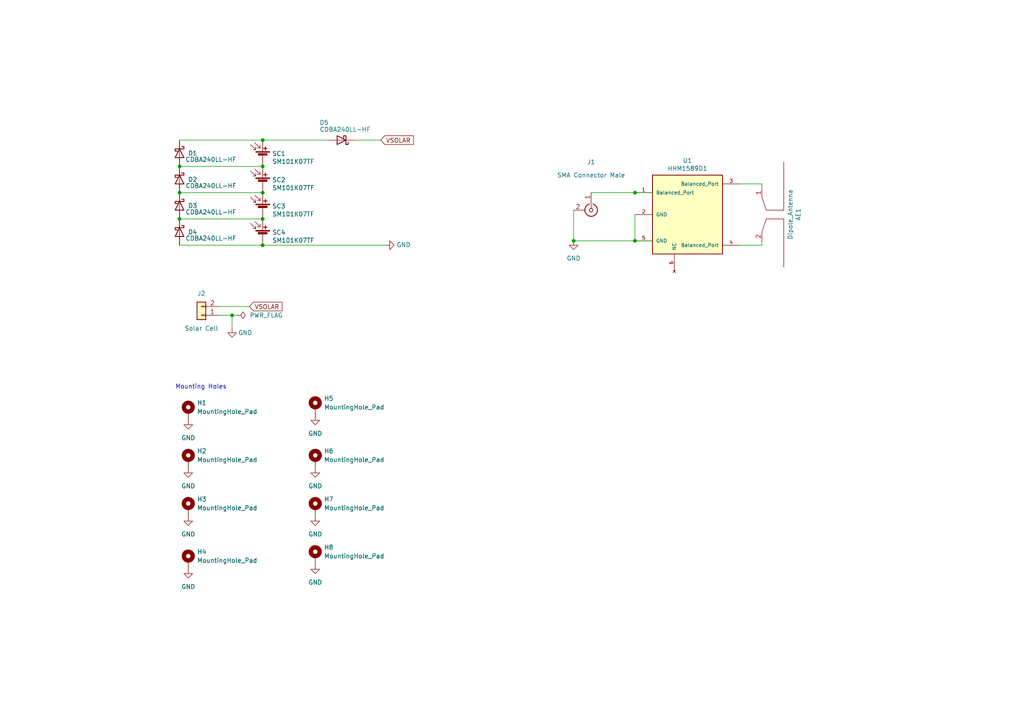
<source format=kicad_sch>
(kicad_sch (version 20211123) (generator eeschema)
  (paper "A4")
  (title_block (title "antenna-solar-pcb") (date "2023-01-01") (rev "1"))
  (lib_symbols
    (symbol "Connector:Conn_Coaxial" (pin_names (offset 1.016) hide)
      (property "Reference" "J" (at 0.254 3.048 0))
      (property "Value" "Conn_Coaxial" (at 2.921 0 90))
      (symbol "Conn_Coaxial_0_1"
        (arc (start -1.778 -0.508) (mid 0.2311 -1.8066) (end 1.778 0) (stroke (width 0.254)))
        (polyline (pts (xy -2.54 0) (xy -0.508 0)))
        (polyline (pts (xy 0 -2.54) (xy 0 -1.778)))
        (circle (center 0 0) (radius 0.508) (stroke (width 0.2032)))
        (arc (start 1.778 0) (mid 0.2099 1.8101) (end -1.778 0.508) (stroke (width 0.254)))
      )
      (symbol "Conn_Coaxial_1_1"
        (pin passive line (at -5.08 0 0) (length 2.54) (name "In") (number "1"))
        (pin passive line (at 0 -5.08 90) (length 2.54) (name "Ext") (number "2"))
      )
    )
    (symbol "Connector_Generic:Conn_01x02" (pin_names (offset 1.016) hide)
      (property "Reference" "J" (at 0 2.54 0))
      (property "Value" "Conn_01x02" (at 0 -5.08 0))
      (symbol "Conn_01x02_1_1"
        (rectangle (start -1.27 -2.413) (end 0 -2.667) (stroke (width 0.1524)))
        (rectangle (start -1.27 0.127) (end 0 -0.127) (stroke (width 0.1524)))
        (rectangle (start -1.27 1.27) (end 1.27 -3.81) (stroke (width 0.254)) (fill (type background)))
        (pin passive line (at -5.08 0 0) (length 3.81) (name "Pin_1") (number "1"))
        (pin passive line (at -5.08 -2.54 0) (length 3.81) (name "Pin_2") (number "2"))
      )
    )
    (symbol "Device:D_Schottky" (pin_numbers hide) (pin_names (offset 1.016) hide)
      (property "Reference" "D" (at 0 2.54 0))
      (property "Value" "D_Schottky" (at 0 -2.54 0))
      (symbol "D_Schottky_0_1"
        (polyline (pts (xy 1.27 0) (xy -1.27 0)))
        (polyline (pts (xy 1.27 1.27) (xy 1.27 -1.27) (xy -1.27 0) (xy 1.27 1.27)) (stroke (width 0.254)))
        (polyline (pts (xy -1.905 0.635) (xy -1.905 1.27) (xy -1.27 1.27) (xy -1.27 -1.27) (xy -0.635 -1.27) (xy -0.635 -0.635)) (stroke (width 0.254)))
      )
      (symbol "D_Schottky_1_1"
        (pin passive line (at -3.81 0 0) (length 2.54) (name "K") (number "1"))
        (pin passive line (at 3.81 0 180) (length 2.54) (name "A") (number "2"))
      )
    )
    (symbol "Device:Solar_Cell" (pin_numbers hide) (pin_names (offset 0) hide)
      (property "Reference" "SC" (at 2.54 2.54 0))
      (property "Value" "Solar_Cell" (at 2.54 0 0))
      (symbol "Solar_Cell_0_1"
        (rectangle (start -2.032 1.778) (end 2.032 1.524) (fill (type outline)))
        (rectangle (start -1.3208 1.1938) (end 1.27 0.6858) (fill (type outline)))
        (polyline (pts (xy -2.032 2.286) (xy -3.556 3.81)))
        (polyline (pts (xy -0.762 2.794) (xy -2.286 4.318)))
        (polyline (pts (xy 0 0.762) (xy 0 0)))
        (polyline (pts (xy 0 1.778) (xy 0 2.54)))
        (polyline (pts (xy 0.254 2.667) (xy 1.27 2.667)) (stroke (width 0.254)))
        (polyline (pts (xy 0.762 3.175) (xy 0.762 2.159)) (stroke (width 0.254)))
        (polyline (pts (xy -2.032 3.048) (xy -2.032 2.286) (xy -2.794 2.286)))
        (polyline (pts (xy -0.762 3.556) (xy -0.762 2.794) (xy -1.524 2.794)))
      )
      (symbol "Solar_Cell_1_1"
        (pin passive line (at 0 5.08 270) (length 2.54) (name "+") (number "1"))
        (pin passive line (at 0 -2.54 90) (length 2.54) (name "-") (number "2"))
      )
    )
    (symbol "Mechanical:MountingHole_Pad" (pin_numbers hide) (pin_names (offset 1.016) hide)
      (property "Reference" "H" (at 0 6.35 0))
      (property "Value" "MountingHole_Pad" (at 0 4.445 0))
      (symbol "MountingHole_Pad_0_1"
        (circle (center 0 1.27) (radius 1.27) (stroke (width 1.27)))
      )
      (symbol "MountingHole_Pad_1_1"
        (pin input line (at 0 -2.54 90) (length 2.54) (name "1") (number "1"))
      )
    )
    (symbol "power:GND" (power) (pin_names (offset 0))
      (property "Value" "GND" (at 0 -3.81 0))
      (symbol "GND_0_1"
        (polyline (pts (xy 0 0) (xy 0 -1.27) (xy 1.27 -1.27) (xy 0 -2.54) (xy -1.27 -1.27) (xy 0 -1.27)))
      )
      (symbol "GND_1_1"
        (pin power_in line (at 0 0 270) (length 0) hide (name "GND") (number "1"))
      )
    )
    (symbol "power:PWR_FLAG" (power) (pin_numbers hide) (pin_names (offset 0) hide)
      (property "Value" "PWR_FLAG" (at 0 3.81 0))
      (symbol "PWR_FLAG_0_0"
        (pin power_out line (at 0 0 90) (length 0) (name "pwr") (number "1"))
      )
      (symbol "PWR_FLAG_0_1"
        (polyline (pts (xy 0 0) (xy 0 1.27) (xy -1.016 1.905) (xy 0 2.54) (xy 1.016 1.905) (xy 0 1.27)))
      )
    )
    (symbol "solar-panel-side-Z-minus-rescue:HHM1589D1-sapling" (pin_names (offset 1.016))
      (property "Reference" "U" (at 0 0 0))
      (property "Value" "HHM1589D1-sapling" (at 0 2.54 0))
      (symbol "HHM1589D1-sapling_1_1"
        (rectangle (start -10.16 -25.4) (end 10.16 -2.54) (stroke (width 0.254)) (fill (type background)))
        (pin bidirectional line (at -15.24 -7.62 0) (length 5.08) (name "Balanced_Port") (number "1"))
        (pin power_in line (at -15.24 -13.97 0) (length 5.08) (name "GND") (number "2"))
        (pin bidirectional line (at 15.24 -5.08 180) (length 5.08) (name "Balanced_Port") (number "3"))
        (pin bidirectional line (at 15.24 -22.86 180) (length 5.08) (name "Balanced_Port") (number "4"))
        (pin power_in line (at -15.24 -21.59 0) (length 5.08) (name "GND") (number "5"))
        (pin no_connect line (at -3.81 -30.48 90) (length 5.08) (name "NC") (number "6"))
      )
    )
    (symbol "solar-panel-side-Z-minus-rescue:UHF_Dipole_Antenna-sapling" (pin_names (offset 1.016))
      (property "Reference" "AE" (at 0 2.54 0))
      (property "Value" "UHF_Dipole_Antenna-sapling" (at 0 5.08 0))
      (symbol "UHF_Dipole_Antenna-sapling_0_1"
        (polyline (pts (xy 1.27 -3.81) (xy 5.08 -5.08)))
        (polyline (pts (xy 11.43 1.27) (xy 13.97 1.27)))
        (polyline (pts (xy 13.97 1.27) (xy 15.24 1.27)))
        (polyline (pts (xy 1.27 -3.81) (xy 1.27 1.27) (xy 11.43 1.27)))
        (polyline (pts (xy -15.24 1.27) (xy -1.27 1.27) (xy -1.27 -3.81) (xy -5.08 -5.08)))
      )
      (symbol "UHF_Dipole_Antenna-sapling_1_1"
        (pin passive line (at -7.62 -5.08 0) (length 2.54) (name "~") (number "1"))
        (pin passive line (at 7.62 -5.08 180) (length 2.54) (name "~") (number "2"))
      )
    )
  )
  (junction (at 52.07 63.5))
  (junction (at 52.07 55.88))
  (junction (at 76.2 55.88))
  (junction (at 52.07 48.26))
  (junction (at 166.37 69.85))
  (junction (at 184.15 69.85))
  (junction (at 76.2 63.5))
  (junction (at 184.15 55.88))
  (junction (at 76.2 40.64))
  (junction (at 76.2 71.12))
  (junction (at 76.2 48.26))
  (junction (at 67.31 91.44))
  (wire (pts (xy 52.07 63.5) (xy 76.2 63.5)))
  (wire (pts (xy 52.07 40.64) (xy 76.2 40.64)))
  (wire (pts (xy 52.07 55.88) (xy 76.2 55.88)))
  (wire (pts (xy 220.98 53.34) (xy 220.98 54.61)))
  (wire (pts (xy 102.87 40.64) (xy 110.49 40.64)))
  (wire (pts (xy 52.07 48.26) (xy 76.2 48.26)))
  (wire (pts (xy 67.31 91.44) (xy 63.5 91.44)))
  (wire (pts (xy 76.2 71.12) (xy 111.76 71.12)))
  (wire (pts (xy 52.07 71.12) (xy 76.2 71.12)))
  (wire (pts (xy 220.98 69.85) (xy 220.98 71.12)))
  (wire (pts (xy 220.98 71.12) (xy 214.63 71.12)))
  (wire (pts (xy 189.23 69.85) (xy 184.15 69.85)))
  (wire (pts (xy 72.39 88.9) (xy 63.5 88.9)))
  (wire (pts (xy 214.63 53.34) (xy 220.98 53.34)))
  (wire (pts (xy 171.45 55.88) (xy 184.15 55.88)))
  (wire (pts (xy 95.25 40.64) (xy 76.2 40.64)))
  (wire (pts (xy 67.31 91.44) (xy 67.31 95.25)))
  (wire (pts (xy 184.15 55.88) (xy 189.23 55.88)))
  (wire (pts (xy 68.58 91.44) (xy 67.31 91.44)))
  (wire (pts (xy 184.15 62.23) (xy 184.15 69.85)))
  (wire (pts (xy 184.15 69.85) (xy 166.37 69.85)))
  (wire (pts (xy 166.37 69.85) (xy 166.37 60.96)))
  (text "Mounting Holes" (at 50.8 113.03 0) (effects (font (size 1.27 1.27)) (justify left bottom)))
  (global_label "VSOLAR" (shape input) (at 110.49 40.64 0) (property "Intersheet References" "${INTERSHEET_REFS}" (effects hide)))
  (global_label "VSOLAR" (shape input) (at 72.39 88.9 0) (property "Intersheet References" "${INTERSHEET_REFS}" (effects hide)))
  (symbol (lib_id "power:GND") (at 54.61 121.92 0) (unit 1)
    (property "Reference" "#PWR?" (effects hide))
    (property "Value" "GND" (at 54.61 127 0))
  )
  (symbol (lib_id "Connector:Conn_Coaxial") (at 171.45 60.96 270) (unit 1)
    (property "Reference" "J1" (at 171.45 46.99 90))
    (property "Value" "SMA Connector Male" (at 171.45 50.8 90))
    (property "Footprint" "ISP:SMA_Connector" (effects hide))
    (property "Datasheet" " ~" (effects hide))
  )
  (symbol (lib_id "Device:Solar_Cell") (at 76.2 53.34 0) (unit 1)
    (property "Reference" "SC2" (at 78.9432 52.1716 0) (effects (justify left)))
    (property "Value" "SM101K07TF" (at 78.9432 54.483 0) (effects (justify left)))
    (property "Footprint" "ISP:SM101K07TF" (effects hide))
  )
  (symbol (lib_id "Device:Solar_Cell") (at 76.2 68.58 0) (unit 1)
    (property "Reference" "SC4" (at 78.9432 67.4116 0) (effects (justify left)))
    (property "Value" "SM101K07TF" (at 78.9432 69.723 0) (effects (justify left)))
    (property "Footprint" "ISP:SM101K07TF" (effects hide))
  )
  (symbol (lib_id "power:PWR_FLAG") (at 68.58 91.44 270) (unit 1)
    (property "Reference" "#FLG?" (effects hide))
    (property "Value" "PWR_FLAG" (at 72.39 91.4399 90) (effects (justify left)))
  )
  (symbol (lib_id "Connector_Generic:Conn_01x02") (at 58.42 91.44 180) (unit 1)
    (property "Reference" "J2" (at 58.42 85.09 0))
    (property "Value" "Solar Cell" (at 58.42 95.25 0))
    (property "Footprint" "ISP:pico_lock_2mm_2circuit" (effects hide))
  )
  (symbol (lib_id "power:GND") (at 54.61 165.1 0) (unit 1)
    (property "Reference" "#PWR?" (effects hide))
    (property "Value" "GND" (at 54.61 170.18 0))
  )
  (symbol (lib_id "Device:D_Schottky") (at 99.06 40.64 180) (unit 1)
    (property "Reference" "D5" (at 93.98 35.56 0))
    (property "Value" "CDBA240LL-HF" (at 92.71 36.83 0) (effects (justify right bottom)))
    (property "Footprint" "ISP:DO-214AC" (effects hide))
  )
  (symbol (lib_id "power:GND") (at 54.61 149.86 0) (unit 1)
    (property "Reference" "#PWR?" (effects hide))
    (property "Value" "GND" (at 54.61 154.94 0))
  )
  (symbol (lib_id "solar-panel-side-Z-minus-rescue:UHF_Dipole_Antenna-sapling") (at 226.06 62.23 270) (unit 1)
    (property "Reference" "AE1" (at 231.521 62.23 0))
    (property "Value" "Dipole_Antenna" (at 229.2096 62.23 0))
    (property "Footprint" "ISP:Antenna_Pads" (effects hide))
  )
  (symbol (lib_id "Device:D_Schottky") (at 52.07 59.69 270) (unit 1)
    (property "Reference" "D3" (at 55.88 59.69 90))
    (property "Value" "CDBA240LL-HF" (at 68.58 62.23 90) (effects (justify right bottom)))
    (property "Footprint" "ISP:DO-214AC" (effects hide))
  )
  (symbol (lib_id "power:GND") (at 166.37 69.85 0) (unit 1)
    (property "Reference" "#PWR0101" (effects hide))
    (property "Value" "GND" (at 166.37 74.93 0))
  )
  (symbol (lib_id "power:GND") (at 111.76 71.12 90) (unit 1)
    (property "Reference" "#PWR?" (effects hide))
    (property "Value" "GND" (at 115.0112 70.993 90) (effects (justify right)))
  )
  (symbol (lib_id "Device:Solar_Cell") (at 76.2 60.96 0) (unit 1)
    (property "Reference" "SC3" (at 78.9432 59.7916 0) (effects (justify left)))
    (property "Value" "SM101K07TF" (at 78.9432 62.103 0) (effects (justify left)))
    (property "Footprint" "ISP:SM101K07TF" (effects hide))
  )
  (symbol (lib_id "Mechanical:MountingHole_Pad") (at 91.44 147.32 0) (unit 1)
    (property "Reference" "H7" (at 93.98 144.7799 0) (effects (justify left)))
    (property "Value" "MountingHole_Pad" (at 93.98 147.3199 0) (effects (justify left)))
    (property "Footprint" "MountingHole:MountingHole_2.7mm_M2.5_DIN965_Pad" (effects hide))
  )
  (symbol (lib_id "Mechanical:MountingHole_Pad") (at 91.44 161.29 0) (unit 1)
    (property "Reference" "H8" (at 93.98 158.7499 0) (effects (justify left)))
    (property "Value" "MountingHole_Pad" (at 93.98 161.2899 0) (effects (justify left)))
    (property "Footprint" "MountingHole:MountingHole_2.7mm_M2.5_DIN965_Pad" (effects hide))
  )
  (symbol (lib_id "power:GND") (at 91.44 120.65 0) (unit 1)
    (property "Reference" "#PWR?" (effects hide))
    (property "Value" "GND" (at 91.44 125.73 0))
  )
  (symbol (lib_id "Mechanical:MountingHole_Pad") (at 91.44 118.11 0) (unit 1)
    (property "Reference" "H5" (at 93.98 115.5699 0) (effects (justify left)))
    (property "Value" "MountingHole_Pad" (at 93.98 118.1099 0) (effects (justify left)))
    (property "Footprint" "MountingHole:MountingHole_2.7mm_M2.5_DIN965_Pad" (effects hide))
  )
  (symbol (lib_id "power:GND") (at 91.44 149.86 0) (unit 1)
    (property "Reference" "#PWR?" (effects hide))
    (property "Value" "GND" (at 91.44 154.94 0))
  )
  (symbol (lib_id "Mechanical:MountingHole_Pad") (at 54.61 147.32 0) (unit 1)
    (property "Reference" "H3" (at 57.15 144.7799 0) (effects (justify left)))
    (property "Value" "MountingHole_Pad" (at 57.15 147.3199 0) (effects (justify left)))
    (property "Footprint" "ISP:MountingHole_3.7mm_Pad_Modified" (effects hide))
  )
  (symbol (lib_id "power:GND") (at 91.44 163.83 0) (unit 1)
    (property "Reference" "#PWR?" (effects hide))
    (property "Value" "GND" (at 91.44 168.91 0))
  )
  (symbol (lib_id "power:GND") (at 67.31 95.25 0) (unit 1)
    (property "Reference" "#PWR?" (effects hide))
    (property "Value" "GND" (at 71.12 96.52 0))
  )
  (symbol (lib_id "power:GND") (at 54.61 135.89 0) (unit 1)
    (property "Reference" "#PWR?" (effects hide))
    (property "Value" "GND" (at 54.61 140.97 0))
  )
  (symbol (lib_id "Device:D_Schottky") (at 52.07 52.07 270) (unit 1)
    (property "Reference" "D2" (at 55.88 52.07 90))
    (property "Value" "CDBA240LL-HF" (at 68.58 54.61 90) (effects (justify right bottom)))
    (property "Footprint" "ISP:DO-214AC" (effects hide))
  )
  (symbol (lib_id "Mechanical:MountingHole_Pad") (at 54.61 119.38 0) (unit 1)
    (property "Reference" "H1" (at 57.15 116.8399 0) (effects (justify left)))
    (property "Value" "MountingHole_Pad" (at 57.15 119.3799 0) (effects (justify left)))
    (property "Footprint" "ISP:MountingHole_3.7mm_Pad_Modified" (effects hide))
  )
  (symbol (lib_id "solar-panel-side-Z-minus-rescue:HHM1589D1-sapling") (at 199.39 48.26 0) (unit 1)
    (property "Reference" "U1" (at 199.39 46.5582 0))
    (property "Value" "HHM1589D1" (at 199.39 48.8696 0))
    (property "Footprint" "RF_Converter:Balun_Johanson_5400BL15B050E" (effects hide))
  )
  (symbol (lib_id "Mechanical:MountingHole_Pad") (at 54.61 133.35 0) (unit 1)
    (property "Reference" "H2" (at 57.15 130.8099 0) (effects (justify left)))
    (property "Value" "MountingHole_Pad" (at 57.15 133.3499 0) (effects (justify left)))
    (property "Footprint" "ISP:MountingHole_3.7mm_Pad_Modified" (effects hide))
  )
  (symbol (lib_id "Mechanical:MountingHole_Pad") (at 54.61 162.56 0) (unit 1)
    (property "Reference" "H4" (at 57.15 160.0199 0) (effects (justify left)))
    (property "Value" "MountingHole_Pad" (at 57.15 162.5599 0) (effects (justify left)))
    (property "Footprint" "ISP:MountingHole_3.7mm_Pad_Modified" (effects hide))
  )
  (symbol (lib_id "Device:Solar_Cell") (at 76.2 45.72 0) (unit 1)
    (property "Reference" "SC1" (at 78.9432 44.5516 0) (effects (justify left)))
    (property "Value" "SM101K07TF" (at 78.9432 46.863 0) (effects (justify left)))
    (property "Footprint" "ISP:SM101K07TF" (effects hide))
  )
  (symbol (lib_id "power:GND") (at 91.44 135.89 0) (unit 1)
    (property "Reference" "#PWR?" (effects hide))
    (property "Value" "GND" (at 91.44 140.97 0))
  )
  (symbol (lib_id "Device:D_Schottky") (at 52.07 67.31 270) (unit 1)
    (property "Reference" "D4" (at 55.88 67.31 90))
    (property "Value" "CDBA240LL-HF" (at 68.58 69.85 90) (effects (justify right bottom)))
    (property "Footprint" "ISP:DO-214AC" (effects hide))
  )
  (symbol (lib_id "Mechanical:MountingHole_Pad") (at 91.44 133.35 0) (unit 1)
    (property "Reference" "H6" (at 93.98 130.8099 0) (effects (justify left)))
    (property "Value" "MountingHole_Pad" (at 93.98 133.3499 0) (effects (justify left)))
    (property "Footprint" "MountingHole:MountingHole_2.7mm_M2.5_DIN965_Pad" (effects hide))
  )
  (symbol (lib_id "Device:D_Schottky") (at 52.07 44.45 270) (unit 1)
    (property "Reference" "D1" (at 55.88 44.45 90))
    (property "Value" "CDBA240LL-HF" (at 68.58 46.99 90) (effects (justify right bottom)))
    (property "Footprint" "ISP:DO-214AC" (effects hide))
  )
)
</source>
